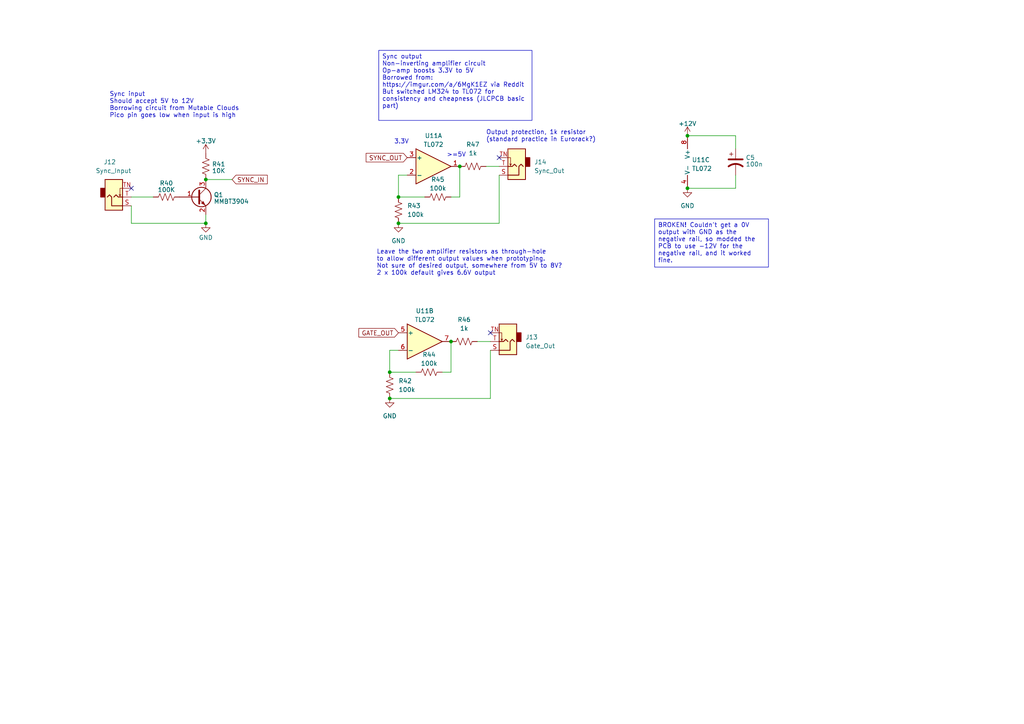
<source format=kicad_sch>
(kicad_sch (version 20230121) (generator eeschema)
  (paper "A4")
  (lib_symbols
    (symbol "Amplifier_Operational:TL072" (pin_names (offset 0.127))
      (property "Reference" "U" (at 0 5.08 0))
      (property "Value" "TL072" (at 0 -5.08 0))
      (symbol "TL072_1_1"
        (polyline (pts (xy -5.08 5.08) (xy 5.08 0) (xy -5.08 -5.08) (xy -5.08 5.08)) (stroke (width 0.254)) (fill (type background)))
        (pin output line (at 7.62 0 180) (length 2.54) (name "~") (number "1"))
        (pin input line (at -7.62 -2.54 0) (length 2.54) (name "-") (number "2"))
        (pin input line (at -7.62 2.54 0) (length 2.54) (name "+") (number "3"))
      )
      (symbol "TL072_2_1"
        (polyline (pts (xy -5.08 5.08) (xy 5.08 0) (xy -5.08 -5.08) (xy -5.08 5.08)) (stroke (width 0.254)) (fill (type background)))
        (pin input line (at -7.62 2.54 0) (length 2.54) (name "+") (number "5"))
        (pin input line (at -7.62 -2.54 0) (length 2.54) (name "-") (number "6"))
        (pin output line (at 7.62 0 180) (length 2.54) (name "~") (number "7"))
      )
      (symbol "TL072_3_1"
        (pin power_in line (at -2.54 -7.62 90) (length 3.81) (name "V-") (number "4"))
        (pin power_in line (at -2.54 7.62 270) (length 3.81) (name "V+") (number "8"))
      )
    )
    (symbol "Connector_Audio:AudioJack2_SwitchT"
      (property "Reference" "J" (at 0 8.89 0))
      (property "Value" "AudioJack2_SwitchT" (at 0 6.35 0))
      (symbol "AudioJack2_SwitchT_0_1"
        (rectangle (start -2.54 0) (end -3.81 -2.54) (stroke (width 0.254)) (fill (type outline)))
        (polyline (pts (xy 1.778 -0.254) (xy 2.032 -0.762)))
        (polyline (pts (xy 0 0) (xy 0.635 -0.635) (xy 1.27 0) (xy 2.54 0)) (stroke (width 0.254)))
        (polyline (pts (xy 2.54 -2.54) (xy 1.778 -2.54) (xy 1.778 -0.254) (xy 1.524 -0.762)))
        (polyline (pts (xy 2.54 2.54) (xy -0.635 2.54) (xy -0.635 0) (xy -1.27 -0.635) (xy -1.905 0)) (stroke (width 0.254)))
        (rectangle (start 2.54 3.81) (end -2.54 -5.08) (stroke (width 0.254)) (fill (type background)))
      )
      (symbol "AudioJack2_SwitchT_1_1"
        (pin passive line (at 5.08 2.54 180) (length 2.54) (name "~") (number "S"))
        (pin passive line (at 5.08 0 180) (length 2.54) (name "~") (number "T"))
        (pin passive line (at 5.08 -2.54 180) (length 2.54) (name "~") (number "TN"))
      )
    )
    (symbol "Device:C_Polarized_US" (pin_numbers hide) (pin_names (offset 0.254) hide)
      (property "Reference" "C" (at 0.635 2.54 0))
      (property "Value" "C_Polarized_US" (at 0.635 -2.54 0))
      (symbol "C_Polarized_US_0_1"
        (polyline (pts (xy -2.032 0.762) (xy 2.032 0.762)) (stroke (width 0.508)))
        (polyline (pts (xy -1.778 2.286) (xy -0.762 2.286)))
        (polyline (pts (xy -1.27 1.778) (xy -1.27 2.794)))
        (arc (start 2.032 -1.27) (mid 0 -0.5572) (end -2.032 -1.27) (stroke (width 0.508)))
      )
      (symbol "C_Polarized_US_1_1"
        (pin passive line (at 0 3.81 270) (length 2.794) (name "~") (number "1"))
        (pin passive line (at 0 -3.81 90) (length 3.302) (name "~") (number "2"))
      )
    )
    (symbol "Device:R_US" (pin_numbers hide) (pin_names (offset 0))
      (property "Reference" "R" (at 2.54 0 90))
      (property "Value" "R_US" (at -2.54 0 90))
      (symbol "R_US_0_1"
        (polyline (pts (xy 0 -2.286) (xy 0 -2.54)))
        (polyline (pts (xy 0 2.286) (xy 0 2.54)))
        (polyline (pts (xy 0 -0.762) (xy 1.016 -1.143) (xy 0 -1.524) (xy -1.016 -1.905) (xy 0 -2.286)))
        (polyline (pts (xy 0 0.762) (xy 1.016 0.381) (xy 0 0) (xy -1.016 -0.381) (xy 0 -0.762)))
        (polyline (pts (xy 0 2.286) (xy 1.016 1.905) (xy 0 1.524) (xy -1.016 1.143) (xy 0 0.762)))
      )
      (symbol "R_US_1_1"
        (pin passive line (at 0 3.81 270) (length 1.27) (name "~") (number "1"))
        (pin passive line (at 0 -3.81 90) (length 1.27) (name "~") (number "2"))
      )
    )
    (symbol "Transistor_BJT:MMBT3904" (pin_names (offset 0) hide)
      (property "Reference" "Q" (at 5.08 1.905 0))
      (property "Value" "MMBT3904" (at 5.08 0 0))
      (symbol "MMBT3904_0_1"
        (polyline (pts (xy 0.635 0.635) (xy 2.54 2.54)))
        (polyline (pts (xy 0.635 -0.635) (xy 2.54 -2.54) (xy 2.54 -2.54)))
        (polyline (pts (xy 0.635 1.905) (xy 0.635 -1.905) (xy 0.635 -1.905)) (stroke (width 0.508)))
        (polyline (pts (xy 1.27 -1.778) (xy 1.778 -1.27) (xy 2.286 -2.286) (xy 1.27 -1.778) (xy 1.27 -1.778)) (fill (type outline)))
        (circle (center 1.27 0) (radius 2.8194) (stroke (width 0.254)))
      )
      (symbol "MMBT3904_1_1"
        (pin input line (at -5.08 0 0) (length 5.715) (name "B") (number "1"))
        (pin passive line (at 2.54 -5.08 90) (length 2.54) (name "E") (number "2"))
        (pin passive line (at 2.54 5.08 270) (length 2.54) (name "C") (number "3"))
      )
    )
    (symbol "power:+12V" (power) (pin_names (offset 0))
      (property "Value" "+12V" (at 0 3.556 0))
      (symbol "+12V_0_1"
        (polyline (pts (xy -0.762 1.27) (xy 0 2.54)))
        (polyline (pts (xy 0 0) (xy 0 2.54)))
        (polyline (pts (xy 0 2.54) (xy 0.762 1.27)))
      )
      (symbol "+12V_1_1"
        (pin power_in line (at 0 0 90) (length 0) hide (name "+12V") (number "1"))
      )
    )
    (symbol "power:+3.3V" (power) (pin_names (offset 0))
      (property "Value" "+3.3V" (at 0 3.556 0))
      (symbol "+3.3V_0_1"
        (polyline (pts (xy -0.762 1.27) (xy 0 2.54)))
        (polyline (pts (xy 0 0) (xy 0 2.54)))
        (polyline (pts (xy 0 2.54) (xy 0.762 1.27)))
      )
      (symbol "+3.3V_1_1"
        (pin power_in line (at 0 0 90) (length 0) hide (name "+3.3V") (number "1"))
      )
    )
    (symbol "power:GND" (power) (pin_names (offset 0))
      (property "Value" "GND" (at 0 -3.81 0))
      (symbol "GND_0_1"
        (polyline (pts (xy 0 0) (xy 0 -1.27) (xy 1.27 -1.27) (xy 0 -2.54) (xy -1.27 -1.27) (xy 0 -1.27)))
      )
      (symbol "GND_1_1"
        (pin power_in line (at 0 0 270) (length 0) hide (name "GND") (number "1"))
      )
    )
  )
  (junction (at 199.39 54.61))
  (junction (at 115.57 64.77))
  (junction (at 59.69 52.07))
  (junction (at 59.69 64.77))
  (junction (at 113.03 107.95))
  (junction (at 115.57 57.15))
  (junction (at 133.35 48.26))
  (junction (at 113.03 115.57))
  (junction (at 199.39 39.37))
  (junction (at 130.81 99.06))
  (no_connect (at 144.78 45.72))
  (no_connect (at 142.24 96.52))
  (no_connect (at 38.1 54.61))
  (wire (pts (xy 115.57 50.8) (xy 115.57 57.15)))
  (wire (pts (xy 113.03 101.6) (xy 115.57 101.6)))
  (wire (pts (xy 38.1 59.69) (xy 38.1 64.77)))
  (wire (pts (xy 59.69 52.07) (xy 67.31 52.07)))
  (wire (pts (xy 142.24 101.6) (xy 142.24 115.57)))
  (wire (pts (xy 213.36 43.18) (xy 213.36 39.37)))
  (wire (pts (xy 59.69 64.77) (xy 59.69 62.23)))
  (wire (pts (xy 138.43 99.06) (xy 142.24 99.06)))
  (wire (pts (xy 144.78 50.8) (xy 144.78 64.77)))
  (wire (pts (xy 113.03 101.6) (xy 113.03 107.95)))
  (wire (pts (xy 115.57 50.8) (xy 118.11 50.8)))
  (wire (pts (xy 113.03 107.95) (xy 120.65 107.95)))
  (wire (pts (xy 38.1 64.77) (xy 59.69 64.77)))
  (wire (pts (xy 130.81 57.15) (xy 133.35 57.15)))
  (wire (pts (xy 113.03 115.57) (xy 142.24 115.57)))
  (wire (pts (xy 213.36 50.8) (xy 213.36 54.61)))
  (wire (pts (xy 213.36 39.37) (xy 199.39 39.37)))
  (wire (pts (xy 213.36 54.61) (xy 199.39 54.61)))
  (wire (pts (xy 115.57 57.15) (xy 123.19 57.15)))
  (wire (pts (xy 133.35 57.15) (xy 133.35 48.26)))
  (wire (pts (xy 38.1 57.15) (xy 44.45 57.15)))
  (wire (pts (xy 140.97 48.26) (xy 144.78 48.26)))
  (wire (pts (xy 115.57 64.77) (xy 144.78 64.77)))
  (wire (pts (xy 128.27 107.95) (xy 130.81 107.95)))
  (wire (pts (xy 130.81 107.95) (xy 130.81 99.06)))
  (text_box "Sync output\nNon-inverting amplifier circuit\nOp-amp boosts 3.3V to 5V\nBorrowed from:\nhttps://imgur.com/a/6MgK1EZ via Reddit\nBut switched LM324 to TL072 for consistency and cheapness (JLCPCB basic part)" (at 109.855 14.605 0) (size 44.45 20.32) (effects (font (size 1.27 1.27)) (justify left top)))
  (text_box "BROKEN! Couldn't get a 0V output with GND as the negative rail, so modded the PCB to use -12V for the negative rail, and it worked fine." (at 189.865 63.5 0) (size 33.02 13.97) (effects (font (size 1.27 1.27)) (justify left top)))
  (text ">=5V" (at 129.54 45.72 0) (effects (font (size 1.27 1.27)) (justify left bottom)))
  (text "Output protection, 1k resistor\n(standard practice in Eurorack?)" (at 140.97 41.275 0) (effects (font (size 1.27 1.27)) (justify left bottom)))
  (text "3.3V" (at 114.3 41.91 0) (effects (font (size 1.27 1.27)) (justify left bottom)))
  (text "Leave the two amplifier resistors as through-hole\nto allow different output values when prototyping.\nNot sure of desired output, somewhere from 5V to 8V?\n2 x 100k default gives 6.6V output" (at 109.22 80.01 0) (effects (font (size 1.27 1.27)) (justify left bottom)))
  (text "Sync input\nShould accept 5V to 12V\nBorrowing circuit from Mutable Clouds\nPico pin goes low when input is high" (at 31.75 34.29 0) (effects (font (size 1.27 1.27)) (justify left bottom)))
  (global_label "SYNC_OUT" (shape input) (at 118.11 45.72 180) (property "Intersheetrefs" "${INTERSHEET_REFS}" (effects hide)))
  (global_label "GATE_OUT" (shape input) (at 115.57 96.52 180) (property "Intersheetrefs" "${INTERSHEET_REFS}" (effects hide)))
  (global_label "SYNC_IN" (shape input) (at 67.31 52.07 0) (property "Intersheetrefs" "${INTERSHEET_REFS}" (effects hide)))
  (symbol (lib_id "Device:R_US") (at 115.57 60.96 0) (unit 1)
    (property "Reference" "R43" (at 118.11 59.6899 0) (effects (justify left)))
    (property "Value" "100k" (at 118.11 62.2299 0) (effects (justify left)))
    (property "Footprint" "Resistor_THT:R_Axial_DIN0207_L6.3mm_D2.5mm_P7.62mm_Horizontal" (effects hide))
    (instances (project "dk2_01" (path "" (reference "R43") (unit 1)) (path "" (reference "R45") (unit 1))))
  )
  (symbol (lib_id "power:+12V") (at 199.39 39.37 0) (unit 1)
    (property "Reference" "#PWR053" (effects hide))
    (property "Value" "+12V" (at 199.39 35.8681 0))
  )
  (symbol (lib_id "Connector_Audio:AudioJack2_SwitchT") (at 33.02 57.15 0) (mirror x) (unit 1)
    (property "Reference" "J12" (at 33.655 46.99 0) (effects (justify right)))
    (property "Value" "Sync_Input" (at 38.1 49.53 0) (effects (justify right)))
    (property "Footprint" "Library:Jack_3.5mm_QingPu_WQP-PJ398SM_Vertical_Labelled" (effects hide))
    (instances (project "dk2_01" (path "" (reference "J12") (unit 1)) (path "" (reference "J16") (unit 1))))
  )
  (symbol (lib_id "power:GND") (at 113.03 115.57 0) (unit 1)
    (property "Reference" "#PWR051" (effects hide))
    (property "Value" "GND" (at 113.03 120.65 0))
    (instances (project "dk2_01" (path "" (reference "#PWR051") (unit 1)) (path "" (reference "#PWR050") (unit 1))))
  )
  (symbol (lib_id "power:+3.3V") (at 59.69 44.45 0) (unit 1)
    (property "Reference" "#PWR049" (effects hide))
    (property "Value" "+3.3V" (at 59.69 40.894 0))
    (instances (project "dk2_01" (path "" (reference "#PWR049") (unit 1)) (path "" (reference "#PWR048") (unit 1))))
  )
  (symbol (lib_id "Device:R_US") (at 137.16 48.26 90) (unit 1)
    (property "Reference" "R47" (at 137.16 41.91 90))
    (property "Value" "1k" (at 137.16 44.45 90))
    (property "Footprint" "Resistor_SMD:R_0603_1608Metric" (effects hide))
    (instances (project "dk2_01" (path "" (reference "R47") (unit 1)) (path "" (reference "R53") (unit 1))))
  )
  (symbol (lib_id "Connector_Audio:AudioJack2_SwitchT") (at 147.32 99.06 180) (unit 1)
    (property "Reference" "J13" (at 152.4 97.79 0) (effects (justify right)))
    (property "Value" "Gate_Out" (at 152.4 100.33 0) (effects (justify right)))
    (property "Footprint" "Library:Jack_3.5mm_QingPu_WQP-PJ398SM_Vertical_Labelled" (effects hide))
    (instances (project "dk2_01" (path "" (reference "J13") (unit 1)) (path "" (reference "J20") (unit 1))))
  )
  (symbol (lib_id "Device:R_US") (at 59.69 48.26 0) (unit 1)
    (property "Reference" "R41" (at 61.468 47.6163 0) (effects (justify left)))
    (property "Value" "10K" (at 61.468 49.5373 0) (effects (justify left)))
    (property "Footprint" "Resistor_SMD:R_0603_1608Metric" (effects hide))
  )
  (symbol (lib_id "Device:R_US") (at 124.46 107.95 270) (unit 1)
    (property "Reference" "R44" (at 124.46 102.87 90))
    (property "Value" "100k" (at 124.46 105.41 90))
    (property "Footprint" "Resistor_THT:R_Axial_DIN0207_L6.3mm_D2.5mm_P7.62mm_Horizontal" (effects hide))
    (instances (project "dk2_01" (path "" (reference "R44") (unit 1)) (path "" (reference "R46") (unit 1))))
  )
  (symbol (lib_id "power:GND") (at 199.39 54.61 0) (unit 1)
    (property "Reference" "#PWR054" (effects hide))
    (property "Value" "GND" (at 199.39 59.69 0))
    (instances (project "dk2_01" (path "" (reference "#PWR054") (unit 1)) (path "" (reference "#PWR055") (unit 1))))
  )
  (symbol (lib_id "Device:R_US") (at 48.26 57.15 90) (unit 1)
    (property "Reference" "R40" (at 48.26 53.1241 90))
    (property "Value" "100K" (at 48.26 55.0451 90))
    (property "Footprint" "Resistor_SMD:R_0603_1608Metric" (effects hide))
  )
  (symbol (lib_id "Amplifier_Operational:TL072") (at 201.93 46.99 0) (unit 3)
    (property "Reference" "U11" (at 200.66 46.355 0) (effects (justify left)))
    (property "Value" "TL072" (at 200.66 48.895 0) (effects (justify left)))
    (property "Footprint" "Package_SO:SOIC-8_3.9x4.9mm_P1.27mm" (effects hide))
    (property "Datasheet" "http://www.ti.com/lit/ds/symlink/tl071.pdf" (effects hide))
  )
  (symbol (lib_id "Amplifier_Operational:TL072") (at 125.73 48.26 0) (unit 1)
    (property "Reference" "U11" (at 125.73 39.37 0))
    (property "Value" "TL072" (at 125.73 41.91 0))
    (property "Footprint" "Package_SO:SOIC-8_3.9x4.9mm_P1.27mm" (effects hide))
    (property "Datasheet" "http://www.ti.com/lit/ds/symlink/tl071.pdf" (effects hide))
  )
  (symbol (lib_id "Device:C_Polarized_US") (at 213.36 46.99 0) (unit 1)
    (property "Reference" "C5" (at 216.281 45.7113 0) (effects (justify left)))
    (property "Value" "100n" (at 216.281 47.6323 0) (effects (justify left)))
    (property "Footprint" "Capacitor_SMD:C_0603_1608Metric" (effects hide))
    (instances (project "dk2_01" (path "" (reference "C5") (unit 1)) (path "" (reference "C24") (unit 1))))
  )
  (symbol (lib_id "Device:R_US") (at 127 57.15 270) (unit 1)
    (property "Reference" "R45" (at 127 52.07 90))
    (property "Value" "100k" (at 127 54.61 90))
    (property "Footprint" "Resistor_THT:R_Axial_DIN0207_L6.3mm_D2.5mm_P7.62mm_Horizontal" (effects hide))
    (instances (project "dk2_01" (path "" (reference "R45") (unit 1)) (path "" (reference "R49") (unit 1))))
  )
  (symbol (lib_id "Device:R_US") (at 113.03 111.76 0) (unit 1)
    (property "Reference" "R42" (at 115.57 110.4899 0) (effects (justify left)))
    (property "Value" "100k" (at 115.57 113.0299 0) (effects (justify left)))
    (property "Footprint" "Resistor_THT:R_Axial_DIN0207_L6.3mm_D2.5mm_P7.62mm_Horizontal" (effects hide))
  )
  (symbol (lib_id "Amplifier_Operational:TL072") (at 123.19 99.06 0) (unit 2)
    (property "Reference" "U11" (at 123.19 90.17 0))
    (property "Value" "TL072" (at 123.19 92.71 0))
    (property "Footprint" "Package_SO:SOIC-8_3.9x4.9mm_P1.27mm" (effects hide))
    (property "Datasheet" "http://www.ti.com/lit/ds/symlink/tl071.pdf" (effects hide))
  )
  (symbol (lib_id "Transistor_BJT:MMBT3904") (at 57.15 57.15 0) (unit 1)
    (property "Reference" "Q1" (at 62.0014 56.5063 0) (effects (justify left)))
    (property "Value" "MMBT3904" (at 62.0014 58.4273 0) (effects (justify left)))
    (property "Footprint" "Package_TO_SOT_SMD:SOT-23" (effects hide))
    (property "Datasheet" "https://www.onsemi.com/pub/Collateral/2N3903-D.PDF" (effects hide))
    (instances (project "dk2_01" (path "" (reference "Q1") (unit 1)) (path "" (reference "Q2") (unit 1))))
  )
  (symbol (lib_id "power:GND") (at 115.57 64.77 0) (unit 1)
    (property "Reference" "#PWR052" (effects hide))
    (property "Value" "GND" (at 115.57 69.85 0))
    (instances (project "dk2_01" (path "" (reference "#PWR052") (unit 1)) (path "" (reference "#PWR053") (unit 1))))
  )
  (symbol (lib_id "Connector_Audio:AudioJack2_SwitchT") (at 149.86 48.26 180) (unit 1)
    (property "Reference" "J14" (at 154.94 46.99 0) (effects (justify right)))
    (property "Value" "Sync_Out" (at 154.94 49.53 0) (effects (justify right)))
    (property "Footprint" "Library:Jack_3.5mm_QingPu_WQP-PJ398SM_Vertical_Labelled" (effects hide))
    (instances (project "dk2_01" (path "" (reference "J14") (unit 1)) (path "" (reference "J23") (unit 1))))
  )
  (symbol (lib_id "power:GND") (at 59.69 64.77 0) (unit 1)
    (property "Reference" "#PWR050" (effects hide))
    (property "Value" "GND" (at 59.69 68.9055 0))
    (instances (project "dk2_01" (path "" (reference "#PWR050") (unit 1)) (path "" (reference "#PWR049") (unit 1))))
  )
  (symbol (lib_id "Device:R_US") (at 134.62 99.06 90) (unit 1)
    (property "Reference" "R46" (at 134.62 92.71 90))
    (property "Value" "1k" (at 134.62 95.25 90))
    (property "Footprint" "Resistor_SMD:R_0603_1608Metric" (effects hide))
    (instances (project "dk2_01" (path "" (reference "R46") (unit 1)) (path "" (reference "R50") (unit 1))))
  )
)
</source>
